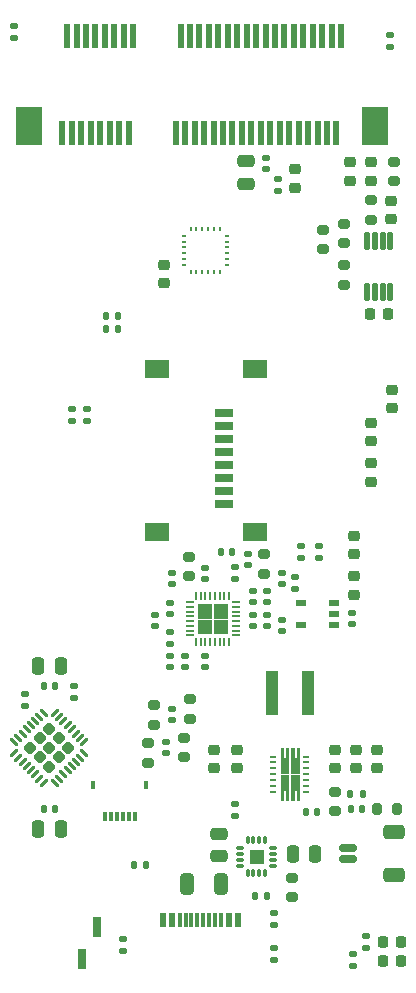
<source format=gtp>
%TF.GenerationSoftware,KiCad,Pcbnew,(6.0.7)*%
%TF.CreationDate,2022-10-08T21:46:05-07:00*%
%TF.ProjectId,phone-rounded,70686f6e-652d-4726-9f75-6e6465642e6b,rev?*%
%TF.SameCoordinates,Original*%
%TF.FileFunction,Paste,Top*%
%TF.FilePolarity,Positive*%
%FSLAX46Y46*%
G04 Gerber Fmt 4.6, Leading zero omitted, Abs format (unit mm)*
G04 Created by KiCad (PCBNEW (6.0.7)) date 2022-10-08 21:46:05*
%MOMM*%
%LPD*%
G01*
G04 APERTURE LIST*
G04 Aperture macros list*
%AMRoundRect*
0 Rectangle with rounded corners*
0 $1 Rounding radius*
0 $2 $3 $4 $5 $6 $7 $8 $9 X,Y pos of 4 corners*
0 Add a 4 corners polygon primitive as box body*
4,1,4,$2,$3,$4,$5,$6,$7,$8,$9,$2,$3,0*
0 Add four circle primitives for the rounded corners*
1,1,$1+$1,$2,$3*
1,1,$1+$1,$4,$5*
1,1,$1+$1,$6,$7*
1,1,$1+$1,$8,$9*
0 Add four rect primitives between the rounded corners*
20,1,$1+$1,$2,$3,$4,$5,0*
20,1,$1+$1,$4,$5,$6,$7,0*
20,1,$1+$1,$6,$7,$8,$9,0*
20,1,$1+$1,$8,$9,$2,$3,0*%
G04 Aperture macros list end*
%ADD10C,0.010000*%
%ADD11C,0.100000*%
%ADD12RoundRect,0.225000X-0.250000X0.225000X-0.250000X-0.225000X0.250000X-0.225000X0.250000X0.225000X0*%
%ADD13RoundRect,0.007200X0.292800X0.112800X-0.292800X0.112800X-0.292800X-0.112800X0.292800X-0.112800X0*%
%ADD14RoundRect,0.016800X0.103200X0.283200X-0.103200X0.283200X-0.103200X-0.283200X0.103200X-0.283200X0*%
%ADD15RoundRect,0.140000X0.170000X-0.140000X0.170000X0.140000X-0.170000X0.140000X-0.170000X-0.140000X0*%
%ADD16RoundRect,0.250000X-0.475000X0.250000X-0.475000X-0.250000X0.475000X-0.250000X0.475000X0.250000X0*%
%ADD17R,0.946899X0.558800*%
%ADD18RoundRect,0.250000X-0.250000X-0.475000X0.250000X-0.475000X0.250000X0.475000X-0.250000X0.475000X0*%
%ADD19RoundRect,0.140000X0.140000X0.170000X-0.140000X0.170000X-0.140000X-0.170000X0.140000X-0.170000X0*%
%ADD20RoundRect,0.200000X0.275000X-0.200000X0.275000X0.200000X-0.275000X0.200000X-0.275000X-0.200000X0*%
%ADD21RoundRect,0.135000X-0.135000X-0.185000X0.135000X-0.185000X0.135000X0.185000X-0.135000X0.185000X0*%
%ADD22RoundRect,0.225000X0.250000X-0.225000X0.250000X0.225000X-0.250000X0.225000X-0.250000X-0.225000X0*%
%ADD23RoundRect,0.140000X-0.170000X0.140000X-0.170000X-0.140000X0.170000X-0.140000X0.170000X0.140000X0*%
%ADD24RoundRect,0.135000X-0.185000X0.135000X-0.185000X-0.135000X0.185000X-0.135000X0.185000X0.135000X0*%
%ADD25RoundRect,0.135000X0.135000X0.185000X-0.135000X0.185000X-0.135000X-0.185000X0.135000X-0.185000X0*%
%ADD26RoundRect,0.135000X0.185000X-0.135000X0.185000X0.135000X-0.185000X0.135000X-0.185000X-0.135000X0*%
%ADD27R,0.400000X0.800000*%
%ADD28RoundRect,0.200000X-0.275000X0.200000X-0.275000X-0.200000X0.275000X-0.200000X0.275000X0.200000X0*%
%ADD29RoundRect,0.250000X0.475000X-0.250000X0.475000X0.250000X-0.475000X0.250000X-0.475000X-0.250000X0*%
%ADD30RoundRect,0.250000X0.325000X0.650000X-0.325000X0.650000X-0.325000X-0.650000X0.325000X-0.650000X0*%
%ADD31O,0.600000X0.240000*%
%ADD32RoundRect,0.200000X-0.200000X-0.275000X0.200000X-0.275000X0.200000X0.275000X-0.200000X0.275000X0*%
%ADD33RoundRect,0.140000X-0.140000X-0.170000X0.140000X-0.170000X0.140000X0.170000X-0.140000X0.170000X0*%
%ADD34RoundRect,0.218750X0.218750X0.256250X-0.218750X0.256250X-0.218750X-0.256250X0.218750X-0.256250X0*%
%ADD35RoundRect,0.250000X0.650000X-0.350000X0.650000X0.350000X-0.650000X0.350000X-0.650000X-0.350000X0*%
%ADD36RoundRect,0.150000X0.625000X-0.150000X0.625000X0.150000X-0.625000X0.150000X-0.625000X-0.150000X0*%
%ADD37RoundRect,0.062500X-0.309359X-0.220971X-0.220971X-0.309359X0.309359X0.220971X0.220971X0.309359X0*%
%ADD38RoundRect,0.062500X-0.309359X0.220971X0.220971X-0.309359X0.309359X-0.220971X-0.220971X0.309359X0*%
%ADD39RoundRect,0.232500X-0.328805X0.000000X0.000000X-0.328805X0.328805X0.000000X0.000000X0.328805X0*%
%ADD40R,0.400000X0.250000*%
%ADD41R,0.250000X0.400000*%
%ADD42R,0.706399X0.153200*%
%ADD43R,0.153200X0.706399*%
%ADD44R,0.600000X1.160000*%
%ADD45R,0.300000X1.160000*%
%ADD46R,0.650000X1.800000*%
%ADD47R,1.100000X3.700000*%
%ADD48RoundRect,0.028800X-0.211200X0.706200X-0.211200X-0.706200X0.211200X-0.706200X0.211200X0.706200X0*%
%ADD49R,0.600000X2.000000*%
%ADD50R,2.300000X3.200000*%
%ADD51RoundRect,0.218750X-0.256250X0.218750X-0.256250X-0.218750X0.256250X-0.218750X0.256250X0.218750X0*%
%ADD52R,2.050000X1.500000*%
%ADD53R,1.500000X0.800000*%
%ADD54RoundRect,0.225000X-0.225000X-0.250000X0.225000X-0.250000X0.225000X0.250000X-0.225000X0.250000X0*%
G04 APERTURE END LIST*
%TO.C,U2*%
G36*
X130857500Y-139290000D02*
G01*
X129797500Y-139290000D01*
X129797500Y-138230000D01*
X130857500Y-138230000D01*
X130857500Y-139290000D01*
G37*
D10*
X130857500Y-139290000D02*
X129797500Y-139290000D01*
X129797500Y-138230000D01*
X130857500Y-138230000D01*
X130857500Y-139290000D01*
%TO.C,J7*%
G36*
X118100000Y-135624739D02*
G01*
X117850000Y-135624739D01*
X117850000Y-134974739D01*
X118100000Y-134974739D01*
X118100000Y-135624739D01*
G37*
X118100000Y-135624739D02*
X117850000Y-135624739D01*
X117850000Y-134974739D01*
X118100000Y-134974739D01*
X118100000Y-135624739D01*
G36*
X119600000Y-135624739D02*
G01*
X119350000Y-135624739D01*
X119350000Y-134974739D01*
X119600000Y-134974739D01*
X119600000Y-135624739D01*
G37*
X119600000Y-135624739D02*
X119350000Y-135624739D01*
X119350000Y-134974739D01*
X119600000Y-134974739D01*
X119600000Y-135624739D01*
G36*
X119100000Y-135624739D02*
G01*
X118850000Y-135624739D01*
X118850000Y-134974739D01*
X119100000Y-134974739D01*
X119100000Y-135624739D01*
G37*
X119100000Y-135624739D02*
X118850000Y-135624739D01*
X118850000Y-134974739D01*
X119100000Y-134974739D01*
X119100000Y-135624739D01*
G36*
X118600000Y-135624739D02*
G01*
X118350000Y-135624739D01*
X118350000Y-134974739D01*
X118600000Y-134974739D01*
X118600000Y-135624739D01*
G37*
X118600000Y-135624739D02*
X118350000Y-135624739D01*
X118350000Y-134974739D01*
X118600000Y-134974739D01*
X118600000Y-135624739D01*
G36*
X120100000Y-135624739D02*
G01*
X119850000Y-135624739D01*
X119850000Y-134974739D01*
X120100000Y-134974739D01*
X120100000Y-135624739D01*
G37*
X120100000Y-135624739D02*
X119850000Y-135624739D01*
X119850000Y-134974739D01*
X120100000Y-134974739D01*
X120100000Y-135624739D01*
G36*
X117600000Y-135624739D02*
G01*
X117350000Y-135624739D01*
X117350000Y-134974739D01*
X117600000Y-134974739D01*
X117600000Y-135624739D01*
G37*
X117600000Y-135624739D02*
X117350000Y-135624739D01*
X117350000Y-134974739D01*
X117600000Y-134974739D01*
X117600000Y-135624739D01*
%TO.C,U3*%
G36*
X133036233Y-133983767D02*
G01*
X132836233Y-133983767D01*
X132836233Y-133133767D01*
X132576233Y-133133767D01*
X132576233Y-133983767D01*
X132376233Y-133983767D01*
X132376233Y-131883767D01*
X133036233Y-131883767D01*
X133036233Y-133983767D01*
G37*
X133036233Y-133983767D02*
X132836233Y-133983767D01*
X132836233Y-133133767D01*
X132576233Y-133133767D01*
X132576233Y-133983767D01*
X132376233Y-133983767D01*
X132376233Y-131883767D01*
X133036233Y-131883767D01*
X133036233Y-133983767D01*
G36*
X133956233Y-133983767D02*
G01*
X133756233Y-133983767D01*
X133756233Y-133133767D01*
X133496233Y-133133767D01*
X133496233Y-133983767D01*
X133296233Y-133983767D01*
X133296233Y-131883767D01*
X133956233Y-131883767D01*
X133956233Y-133983767D01*
G37*
X133956233Y-133983767D02*
X133756233Y-133983767D01*
X133756233Y-133133767D01*
X133496233Y-133133767D01*
X133496233Y-133983767D01*
X133296233Y-133983767D01*
X133296233Y-131883767D01*
X133956233Y-131883767D01*
X133956233Y-133983767D01*
G36*
X133496233Y-130433767D02*
G01*
X133756233Y-130433767D01*
X133756233Y-129583767D01*
X133956233Y-129583767D01*
X133956233Y-131683767D01*
X133296233Y-131683767D01*
X133296233Y-129583767D01*
X133496233Y-129583767D01*
X133496233Y-130433767D01*
G37*
X133496233Y-130433767D02*
X133756233Y-130433767D01*
X133756233Y-129583767D01*
X133956233Y-129583767D01*
X133956233Y-131683767D01*
X133296233Y-131683767D01*
X133296233Y-129583767D01*
X133496233Y-129583767D01*
X133496233Y-130433767D01*
G36*
X132576233Y-130433767D02*
G01*
X132836233Y-130433767D01*
X132836233Y-129583767D01*
X133036233Y-129583767D01*
X133036233Y-131683767D01*
X132376233Y-131683767D01*
X132376233Y-129583767D01*
X132576233Y-129583767D01*
X132576233Y-130433767D01*
G37*
X132576233Y-130433767D02*
X132836233Y-130433767D01*
X132836233Y-129583767D01*
X133036233Y-129583767D01*
X133036233Y-131683767D01*
X132376233Y-131683767D01*
X132376233Y-129583767D01*
X132576233Y-129583767D01*
X132576233Y-130433767D01*
%TO.C,U6*%
G36*
X126515001Y-119861201D02*
G01*
X125368801Y-119861201D01*
X125368801Y-118715001D01*
X126515001Y-118715001D01*
X126515001Y-119861201D01*
G37*
D11*
X126515001Y-119861201D02*
X125368801Y-119861201D01*
X125368801Y-118715001D01*
X126515001Y-118715001D01*
X126515001Y-119861201D01*
G36*
X127861201Y-119861201D02*
G01*
X126715001Y-119861201D01*
X126715001Y-118715001D01*
X127861201Y-118715001D01*
X127861201Y-119861201D01*
G37*
X127861201Y-119861201D02*
X126715001Y-119861201D01*
X126715001Y-118715001D01*
X127861201Y-118715001D01*
X127861201Y-119861201D01*
G36*
X126515001Y-118515001D02*
G01*
X125368801Y-118515001D01*
X125368801Y-117368801D01*
X126515001Y-117368801D01*
X126515001Y-118515001D01*
G37*
X126515001Y-118515001D02*
X125368801Y-118515001D01*
X125368801Y-117368801D01*
X126515001Y-117368801D01*
X126515001Y-118515001D01*
G36*
X127861201Y-118515001D02*
G01*
X126715001Y-118515001D01*
X126715001Y-117368801D01*
X127861201Y-117368801D01*
X127861201Y-118515001D01*
G37*
X127861201Y-118515001D02*
X126715001Y-118515001D01*
X126715001Y-117368801D01*
X127861201Y-117368801D01*
X127861201Y-118515001D01*
%TD*%
D12*
%TO.C,C20*%
X138750000Y-129725000D03*
X138750000Y-131275000D03*
%TD*%
%TO.C,C18*%
X140500000Y-129708767D03*
X140500000Y-131258767D03*
%TD*%
%TO.C,C17*%
X137000000Y-129708767D03*
X137000000Y-131258767D03*
%TD*%
D13*
%TO.C,U2*%
X131727500Y-139510000D03*
X131727500Y-139010000D03*
X131727500Y-138510000D03*
X131727500Y-138010000D03*
D14*
X131077500Y-137360000D03*
X130577500Y-137360000D03*
X130077500Y-137360000D03*
X129577500Y-137360000D03*
D13*
X128927500Y-138010000D03*
X128927500Y-138510000D03*
X128927500Y-139010000D03*
X128927500Y-139510000D03*
D14*
X129577500Y-140160000D03*
X130077500Y-140160000D03*
X130577500Y-140160000D03*
X131077500Y-140160000D03*
%TD*%
D15*
%TO.C,C8*%
X141650000Y-70180000D03*
X141650000Y-69220000D03*
%TD*%
%TO.C,C7*%
X109800000Y-69430000D03*
X109800000Y-68470000D03*
%TD*%
D16*
%TO.C,C10*%
X129450000Y-79900000D03*
X129450000Y-81800000D03*
%TD*%
D15*
%TO.C,C9*%
X131100000Y-80530000D03*
X131100000Y-79570000D03*
%TD*%
D17*
%TO.C,U7*%
X134124849Y-119139800D03*
X134124849Y-117260200D03*
X136875151Y-117260200D03*
X136875151Y-118200000D03*
X136875151Y-119139800D03*
%TD*%
D18*
%TO.C,C13*%
X135290000Y-138510000D03*
X133390000Y-138510000D03*
%TD*%
D19*
%TO.C,C2*%
X112320000Y-124350000D03*
X113280000Y-124350000D03*
%TD*%
D20*
%TO.C,R25*%
X124600000Y-113375000D03*
X124600000Y-115025000D03*
%TD*%
D21*
%TO.C,R4*%
X118610000Y-94082500D03*
X117590000Y-94082500D03*
%TD*%
D15*
%TO.C,C46*%
X132500000Y-114717500D03*
X132500000Y-115677500D03*
%TD*%
D22*
%TO.C,C23*%
X140000000Y-79975000D03*
X140000000Y-81525000D03*
%TD*%
D23*
%TO.C,C38*%
X128500000Y-115210001D03*
X128500000Y-114250001D03*
%TD*%
%TO.C,C48*%
X133600000Y-116080000D03*
X133600000Y-115120000D03*
%TD*%
D24*
%TO.C,R9*%
X138500000Y-148000000D03*
X138500000Y-146980000D03*
%TD*%
D25*
%TO.C,R11*%
X138290000Y-133483767D03*
X139310000Y-133483767D03*
%TD*%
D23*
%TO.C,C47*%
X123162500Y-127230000D03*
X123162500Y-126270000D03*
%TD*%
D26*
%TO.C,R10*%
X139610000Y-145440000D03*
X139610000Y-146460000D03*
%TD*%
D23*
%TO.C,C6*%
X114750000Y-100880000D03*
X114750000Y-101840000D03*
%TD*%
D21*
%TO.C,R7*%
X131210000Y-142100000D03*
X130190000Y-142100000D03*
%TD*%
D24*
%TO.C,R5*%
X132150000Y-81390000D03*
X132150000Y-82410000D03*
%TD*%
D15*
%TO.C,C45*%
X130000000Y-116270000D03*
X130000000Y-117230000D03*
%TD*%
D27*
%TO.C,J7*%
X120975000Y-132724739D03*
X116475000Y-132724739D03*
%TD*%
D28*
%TO.C,R12*%
X136956233Y-134908767D03*
X136956233Y-133258767D03*
%TD*%
D12*
%TO.C,C28*%
X140000000Y-107000000D03*
X140000000Y-105450000D03*
%TD*%
D26*
%TO.C,R2*%
X116000000Y-101870000D03*
X116000000Y-100850000D03*
%TD*%
D29*
%TO.C,C12*%
X127190000Y-136810000D03*
X127190000Y-138710000D03*
%TD*%
D30*
%TO.C,C11*%
X127365000Y-141060000D03*
X124415000Y-141060000D03*
%TD*%
D21*
%TO.C,R3*%
X118610000Y-92982500D03*
X117590000Y-92982500D03*
%TD*%
D28*
%TO.C,R24*%
X137750000Y-90325000D03*
X137750000Y-88675000D03*
%TD*%
D18*
%TO.C,C5*%
X111850000Y-136400000D03*
X113750000Y-136400000D03*
%TD*%
D23*
%TO.C,C36*%
X121750000Y-119230000D03*
X121750000Y-118270000D03*
%TD*%
D26*
%TO.C,R14*%
X128525000Y-134285000D03*
X128525000Y-135305000D03*
%TD*%
D15*
%TO.C,C33*%
X126000000Y-114320000D03*
X126000000Y-115280000D03*
%TD*%
D22*
%TO.C,C15*%
X126766233Y-129708767D03*
X126766233Y-131258767D03*
%TD*%
D31*
%TO.C,U3*%
X131766233Y-133283767D03*
X131766233Y-132783767D03*
X131766233Y-132283767D03*
X131766233Y-131783767D03*
X131766233Y-131283767D03*
X131766233Y-130783767D03*
X131766233Y-130283767D03*
X134566233Y-130283767D03*
X134566233Y-130783767D03*
X134566233Y-131283767D03*
X134566233Y-131783767D03*
X134566233Y-132283767D03*
X134566233Y-132783767D03*
X134566233Y-133283767D03*
%TD*%
D22*
%TO.C,C29*%
X138600000Y-115025000D03*
X138600000Y-116575000D03*
%TD*%
D32*
%TO.C,R13*%
X142225000Y-134683767D03*
X140575000Y-134683767D03*
%TD*%
D33*
%TO.C,C16*%
X135480000Y-134983767D03*
X134520000Y-134983767D03*
%TD*%
D24*
%TO.C,R15*%
X131800000Y-144510000D03*
X131800000Y-143490000D03*
%TD*%
D20*
%TO.C,R23*%
X142000000Y-79925000D03*
X142000000Y-81575000D03*
%TD*%
D22*
%TO.C,C22*%
X141750000Y-83225000D03*
X141750000Y-84775000D03*
%TD*%
D15*
%TO.C,C39*%
X123000000Y-119770000D03*
X123000000Y-120730000D03*
%TD*%
D23*
%TO.C,C1*%
X110750000Y-125980000D03*
X110750000Y-125020000D03*
%TD*%
D24*
%TO.C,R17*%
X119015000Y-146735000D03*
X119015000Y-145715000D03*
%TD*%
D26*
%TO.C,R22*%
X135600000Y-112490000D03*
X135600000Y-113510000D03*
%TD*%
D34*
%TO.C,D3*%
X141022500Y-145950000D03*
X142597500Y-145950000D03*
%TD*%
D33*
%TO.C,C19*%
X139280000Y-134683767D03*
X138320000Y-134683767D03*
%TD*%
D23*
%TO.C,C30*%
X129600000Y-114080000D03*
X129600000Y-113120000D03*
%TD*%
D19*
%TO.C,C4*%
X112320000Y-134700000D03*
X113280000Y-134700000D03*
%TD*%
D20*
%TO.C,R20*%
X136000000Y-85675000D03*
X136000000Y-87325000D03*
%TD*%
%TO.C,R30*%
X121161000Y-129175000D03*
X121161000Y-130825000D03*
%TD*%
D25*
%TO.C,R6*%
X119940000Y-139500000D03*
X120960000Y-139500000D03*
%TD*%
D28*
%TO.C,R27*%
X124161000Y-130325000D03*
X124161000Y-128675000D03*
%TD*%
D15*
%TO.C,C50*%
X130000000Y-118270000D03*
X130000000Y-119230000D03*
%TD*%
D35*
%TO.C,J5*%
X141975000Y-140300000D03*
X141975000Y-136700000D03*
D36*
X138100000Y-138000000D03*
X138100000Y-139000000D03*
%TD*%
D18*
%TO.C,C3*%
X113750000Y-122600000D03*
X111850000Y-122600000D03*
%TD*%
D20*
%TO.C,R19*%
X140000000Y-83175000D03*
X140000000Y-84825000D03*
%TD*%
D37*
%TO.C,U1*%
X113275512Y-126578366D03*
X113629065Y-126931920D03*
X113982619Y-127285473D03*
X114336172Y-127639027D03*
X114689725Y-127992580D03*
X115043279Y-128346133D03*
X115396832Y-128699687D03*
X115750386Y-129053240D03*
D38*
X115750386Y-130025512D03*
X115396832Y-130379065D03*
X115043279Y-130732619D03*
X114689725Y-131086172D03*
X114336172Y-131439725D03*
X113982619Y-131793279D03*
X113629065Y-132146832D03*
X113275512Y-132500386D03*
D37*
X112303240Y-132500386D03*
X111949687Y-132146832D03*
X111596133Y-131793279D03*
X111242580Y-131439725D03*
X110889027Y-131086172D03*
X110535473Y-130732619D03*
X110181920Y-130379065D03*
X109828366Y-130025512D03*
D38*
X109828366Y-129053240D03*
X110181920Y-128699687D03*
X110535473Y-128346133D03*
X110889027Y-127992580D03*
X111242580Y-127639027D03*
X111596133Y-127285473D03*
X111949687Y-126931920D03*
X112303240Y-126578366D03*
D39*
X111976203Y-128726203D03*
X113602549Y-130352549D03*
X112789376Y-131165722D03*
X113602549Y-128726203D03*
X111976203Y-130352549D03*
X111163030Y-129539376D03*
X112789376Y-129539376D03*
X112789376Y-127913030D03*
X114415722Y-129539376D03*
%TD*%
D12*
%TO.C,C27*%
X141800000Y-100775000D03*
X141800000Y-99225000D03*
%TD*%
%TO.C,C25*%
X140000000Y-103600000D03*
X140000000Y-102050000D03*
%TD*%
D22*
%TO.C,C24*%
X138250000Y-79975000D03*
X138250000Y-81525000D03*
%TD*%
D40*
%TO.C,U4*%
X124200000Y-88682500D03*
X124200000Y-88182500D03*
X124200000Y-87682500D03*
X124200000Y-87182500D03*
X124200000Y-86682500D03*
X124200000Y-86182500D03*
D41*
X124750000Y-85632500D03*
X125250000Y-85632500D03*
X125750000Y-85632500D03*
X126250000Y-85632500D03*
X126750000Y-85632500D03*
X127250000Y-85632500D03*
D40*
X127800000Y-86182500D03*
X127800000Y-86682500D03*
X127800000Y-87182500D03*
X127800000Y-87682500D03*
X127800000Y-88182500D03*
X127800000Y-88682500D03*
D41*
X127250000Y-89232500D03*
X126750000Y-89232500D03*
X126250000Y-89232500D03*
X125750000Y-89232500D03*
X125250000Y-89232500D03*
X124750000Y-89232500D03*
%TD*%
D15*
%TO.C,C42*%
X126000000Y-121770000D03*
X126000000Y-122730000D03*
%TD*%
D19*
%TO.C,C31*%
X127320000Y-113000000D03*
X128280000Y-113000000D03*
%TD*%
D23*
%TO.C,C34*%
X123200000Y-115680000D03*
X123200000Y-114720000D03*
%TD*%
D26*
%TO.C,R1*%
X114850000Y-124340000D03*
X114850000Y-125360000D03*
%TD*%
D42*
%TO.C,U6*%
X128555701Y-117215001D03*
X128555701Y-117615000D03*
X128555701Y-118015002D03*
X128555701Y-118415001D03*
X128555701Y-118815001D03*
X128555701Y-119215000D03*
X128555701Y-119615002D03*
X128555701Y-120015001D03*
D43*
X128015001Y-120555701D03*
X127615002Y-120555701D03*
X127215000Y-120555701D03*
X126815001Y-120555701D03*
X126415001Y-120555701D03*
X126015002Y-120555701D03*
X125615000Y-120555701D03*
X125215001Y-120555701D03*
D42*
X124674301Y-120015001D03*
X124674301Y-119615002D03*
X124674301Y-119215000D03*
X124674301Y-118815001D03*
X124674301Y-118415001D03*
X124674301Y-118015002D03*
X124674301Y-117615000D03*
X124674301Y-117215001D03*
D43*
X125215001Y-116674301D03*
X125615000Y-116674301D03*
X126015002Y-116674301D03*
X126415001Y-116674301D03*
X126815001Y-116674301D03*
X127215000Y-116674301D03*
X127615002Y-116674301D03*
X128015001Y-116674301D03*
%TD*%
D28*
%TO.C,R8*%
X133380000Y-142215000D03*
X133380000Y-140565000D03*
%TD*%
%TO.C,R21*%
X137750000Y-86825000D03*
X137750000Y-85175000D03*
%TD*%
D44*
%TO.C,J6*%
X122380000Y-144160000D03*
X123180000Y-144160000D03*
D45*
X123830000Y-144160000D03*
X124830000Y-144160000D03*
X126330000Y-144160000D03*
X127330000Y-144160000D03*
D44*
X127980000Y-144160000D03*
X128780000Y-144160000D03*
X128780000Y-144160000D03*
X127980000Y-144160000D03*
D45*
X126830000Y-144160000D03*
X125830000Y-144160000D03*
X125330000Y-144160000D03*
X124330000Y-144160000D03*
D44*
X123180000Y-144160000D03*
X122380000Y-144160000D03*
%TD*%
D15*
%TO.C,C40*%
X124250000Y-121770000D03*
X124250000Y-122730000D03*
%TD*%
D46*
%TO.C,J3*%
X115565000Y-147400000D03*
X116835000Y-144700000D03*
%TD*%
D26*
%TO.C,R16*%
X131800000Y-146490000D03*
X131800000Y-147510000D03*
%TD*%
D20*
%TO.C,R28*%
X121662500Y-125925000D03*
X121662500Y-127575000D03*
%TD*%
D23*
%TO.C,C44*%
X122661000Y-129980000D03*
X122661000Y-129020000D03*
%TD*%
D22*
%TO.C,C14*%
X128706233Y-129708767D03*
X128706233Y-131258767D03*
%TD*%
D47*
%TO.C,L1*%
X134666233Y-124883767D03*
X131666233Y-124883767D03*
%TD*%
D23*
%TO.C,C43*%
X131250000Y-117230000D03*
X131250000Y-116270000D03*
%TD*%
D26*
%TO.C,R18*%
X134100000Y-112490000D03*
X134100000Y-113510000D03*
%TD*%
D23*
%TO.C,C51*%
X132500000Y-119680000D03*
X132500000Y-118720000D03*
%TD*%
D34*
%TO.C,D2*%
X141012500Y-147590000D03*
X142587500Y-147590000D03*
%TD*%
D12*
%TO.C,C21*%
X122500000Y-90207500D03*
X122500000Y-88657500D03*
%TD*%
D28*
%TO.C,R29*%
X124662500Y-127075000D03*
X124662500Y-125425000D03*
%TD*%
D22*
%TO.C,C26*%
X138600000Y-111625000D03*
X138600000Y-113175000D03*
%TD*%
D23*
%TO.C,C49*%
X131250000Y-119230000D03*
X131250000Y-118270000D03*
%TD*%
D28*
%TO.C,R26*%
X131000000Y-114825000D03*
X131000000Y-113175000D03*
%TD*%
D48*
%TO.C,U5*%
X141675000Y-90966637D03*
X141025000Y-90966637D03*
X140375000Y-90966637D03*
X139725000Y-90966637D03*
X139725000Y-86666637D03*
X140375000Y-86666637D03*
X141025000Y-86666637D03*
X141675000Y-86666637D03*
%TD*%
D23*
%TO.C,C41*%
X138400000Y-119080000D03*
X138400000Y-118120000D03*
%TD*%
%TO.C,C35*%
X123000000Y-118230000D03*
X123000000Y-117270000D03*
%TD*%
%TO.C,C37*%
X123000000Y-122730000D03*
X123000000Y-121770000D03*
%TD*%
D49*
%TO.C,J2*%
X113900000Y-77500000D03*
X114300000Y-69300000D03*
X114700000Y-77500000D03*
X115100000Y-69300000D03*
X115500000Y-77500000D03*
X115900000Y-69300000D03*
X116300000Y-77500000D03*
X116700000Y-69300000D03*
X117100000Y-77500000D03*
X117500000Y-69300000D03*
X117900000Y-77500000D03*
X118300000Y-69300000D03*
X118700000Y-77500000D03*
X119100000Y-69300000D03*
X119500000Y-77500000D03*
X119900000Y-69300000D03*
X123500000Y-77500000D03*
X123900000Y-69300000D03*
X124300000Y-77500000D03*
X124700000Y-69300000D03*
X125100000Y-77500000D03*
X125500000Y-69300000D03*
X125900000Y-77500000D03*
X126300000Y-69300000D03*
X126700000Y-77500000D03*
X127100000Y-69300000D03*
X127500000Y-77500000D03*
X127900000Y-69300000D03*
X128300000Y-77500000D03*
X128700000Y-69300000D03*
X129100000Y-77500000D03*
X129500000Y-69300000D03*
X129900000Y-77500000D03*
X130300000Y-69300000D03*
X130700000Y-77500000D03*
X131100000Y-69300000D03*
X131500000Y-77500000D03*
X131900000Y-69300000D03*
X132300000Y-77500000D03*
X132700000Y-69300000D03*
X133100000Y-77500000D03*
X133500000Y-69300000D03*
X133900000Y-77500000D03*
X134300000Y-69300000D03*
X134700000Y-77500000D03*
X135100000Y-69300000D03*
X135500000Y-77500000D03*
X135900000Y-69300000D03*
X136300000Y-77500000D03*
X136700000Y-69300000D03*
X137100000Y-77500000D03*
X137500000Y-69300000D03*
D50*
X111050000Y-76900000D03*
X140350000Y-76900000D03*
%TD*%
D51*
%TO.C,D1*%
X133561250Y-82150000D03*
X133561250Y-80575000D03*
%TD*%
D52*
%TO.C,J1*%
X130200000Y-111257500D03*
X121900000Y-111257500D03*
X121900000Y-97507500D03*
X130200000Y-97507500D03*
D53*
X127600000Y-108882500D03*
X127600000Y-107782500D03*
X127600000Y-106682500D03*
X127600000Y-105582500D03*
X127600000Y-104482500D03*
X127600000Y-103382500D03*
X127600000Y-102282500D03*
X127600000Y-101182500D03*
%TD*%
D54*
%TO.C,C32*%
X141475000Y-92816637D03*
X139925000Y-92816637D03*
%TD*%
M02*

</source>
